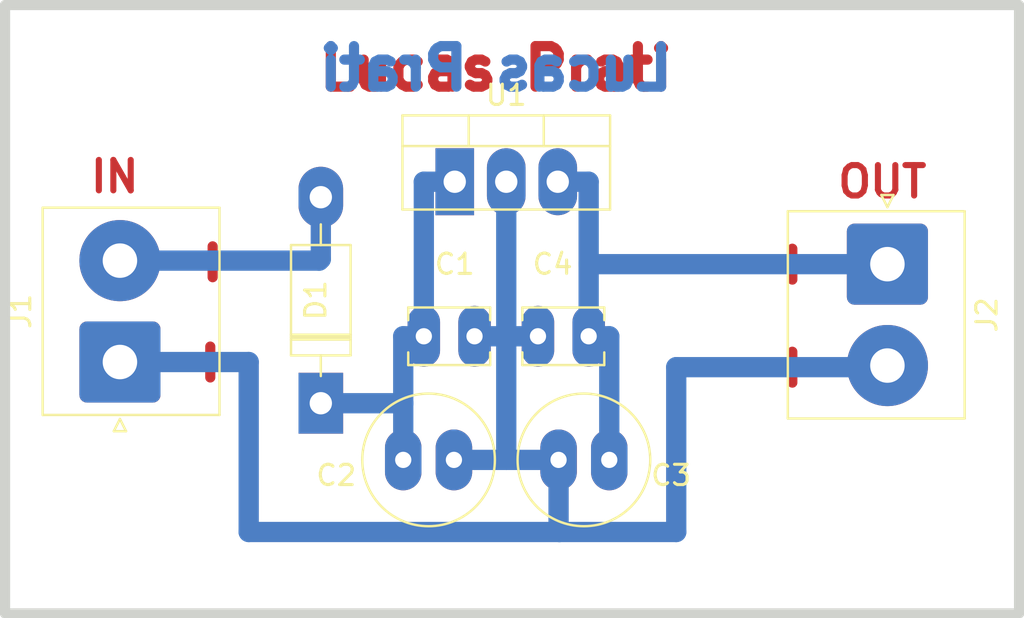
<source format=kicad_pcb>
(kicad_pcb (version 20211014) (generator pcbnew)
  (title_block (title "Alimentatore_7805_Prati") (date "2021-11-16") (company "Lucas Prati 4^A EN"))
  (layers (0 "F.Cu" signal) (31 "B.Cu" signal) (34 "B.Paste" user) (35 "F.Paste" user) (36 "B.SilkS" user "B.Silkscreen") (37 "F.SilkS" user "F.Silkscreen") (38 "B.Mask" user) (39 "F.Mask" user) (44 "Edge.Cuts" user))
  (net 0 "")
  (net 1 "Net-(C1-Pad1)")
  (net 2 "GND")
  (net 3 "Net-(C3-Pad1)")
  (net 4 "+10V")
  (footprint "Capacitor_THT:C_Disc_D3.8mm_W2.6mm_P2.50mm" (layer "F.Cu") (at 120.65 116.332)
    (fp_text reference "C1" (at 1.524 -3.556) (layer "F.SilkS"))
    (fp_text value "100n")
    (fp_line (start 3.27 -1.42) (end 3.27 -0.795) (layer "F.SilkS") (width 0.12))
    (fp_line (start -0.77 -1.42) (end 3.27 -1.42) (layer "F.SilkS") (width 0.12))
    (fp_line (start -0.77 0.795) (end -0.77 1.42) (layer "F.SilkS") (width 0.12))
    (fp_line (start -0.77 1.42) (end 3.27 1.42) (layer "F.SilkS") (width 0.12))
    (fp_line (start 3.27 0.795) (end 3.27 1.42) (layer "F.SilkS") (width 0.12))
    (fp_line (start -0.77 -1.42) (end -0.77 -0.795) (layer "F.SilkS") (width 0.12))
    (pad "1" thru_hole oval locked (at 0 0) (size 1.6 3) (drill 0.8) (layers *.Cu *.Mask) (net 1 "Net-(C1-Pad1)"))
    (pad "2" thru_hole oval locked (at 2.5 0) (size 1.6 3) (drill 0.8) (layers *.Cu *.Mask) (net 2 "GND"))
  )
  (footprint "Capacitor_THT:C_Radial_D6.3mm_H5.0mm_P2.50mm" (layer "F.Cu") (at 119.634 122.428)
    (fp_text reference "C2" (at -3.302 0.762) (layer "F.SilkS"))
    (fp_text value "10u")
    (fp_circle (center 1.25 0) (end 4.52 0) (layer "F.SilkS") (width 0.12) (fill none))
    (pad "1" thru_hole oval locked (at 0 0) (size 1.8 3) (drill 0.8) (layers *.Cu *.Mask) (net 1 "Net-(C1-Pad1)"))
    (pad "2" thru_hole oval locked (at 2.5 0) (size 1.8 3) (drill 0.8) (layers *.Cu *.Mask) (net 2 "GND"))
  )
  (footprint "Capacitor_THT:C_Radial_D6.3mm_H5.0mm_P2.50mm" (layer "F.Cu") (at 129.794 122.428 180)
    (fp_text reference "C3" (at -3.048 -0.762) (layer "F.SilkS"))
    (fp_text value "10u")
    (fp_circle (center 1.25 0) (end 4.52 0) (layer "F.SilkS") (width 0.12) (fill none))
    (pad "1" thru_hole oval locked (at 0 0 180) (size 1.8 3) (drill 0.8) (layers *.Cu *.Mask) (net 3 "Net-(C3-Pad1)"))
    (pad "2" thru_hole oval locked (at 2.5 0 180) (size 1.8 3) (drill 0.8) (layers *.Cu *.Mask) (net 2 "GND"))
  )
  (footprint "Capacitor_THT:C_Disc_D3.8mm_W2.6mm_P2.50mm" (layer "F.Cu") (at 128.778 116.332 180)
    (fp_text reference "C4" (at 1.778 3.556) (layer "F.SilkS"))
    (fp_text value "100n")
    (fp_line (start -0.77 -1.42) (end 3.27 -1.42) (layer "F.SilkS") (width 0.12))
    (fp_line (start 3.27 -1.42) (end 3.27 -0.795) (layer "F.SilkS") (width 0.12))
    (fp_line (start -0.77 1.42) (end 3.27 1.42) (layer "F.SilkS") (width 0.12))
    (fp_line (start -0.77 -1.42) (end -0.77 -0.795) (layer "F.SilkS") (width 0.12))
    (fp_line (start 3.27 0.795) (end 3.27 1.42) (layer "F.SilkS") (width 0.12))
    (fp_line (start -0.77 0.795) (end -0.77 1.42) (layer "F.SilkS") (width 0.12))
    (pad "1" thru_hole oval locked (at 0 0 180) (size 1.6 3) (drill 0.8) (layers *.Cu *.Mask) (net 3 "Net-(C3-Pad1)"))
    (pad "2" thru_hole oval locked (at 2.5 0 180) (size 1.6 3) (drill 0.8) (layers *.Cu *.Mask) (net 2 "GND"))
  )
  (footprint "Diode_THT:D_DO-41_SOD81_P10.16mm_Horizontal" (layer "F.Cu") (at 115.57 119.634 90)
    (fp_text reference "D1" (at 5.08 -0.254 90) (layer "F.SilkS"))
    (fp_text value "1N4007")
    (fp_line (start 8.82 0) (end 7.8 0) (layer "F.SilkS") (width 0.12))
    (fp_line (start 3.38 -1.47) (end 3.38 1.47) (layer "F.SilkS") (width 0.12))
    (fp_line (start 7.8 -1.47) (end 2.36 -1.47) (layer "F.SilkS") (width 0.12))
    (fp_line (start 2.36 -1.47) (end 2.36 1.47) (layer "F.SilkS") (width 0.12))
    (fp_line (start 2.36 1.47) (end 7.8 1.47) (layer "F.SilkS") (width 0.12))
    (fp_line (start 3.14 -1.47) (end 3.14 1.47) (layer "F.SilkS") (width 0.12))
    (fp_line (start 3.26 -1.47) (end 3.26 1.47) (layer "F.SilkS") (width 0.12))
    (fp_line (start 7.8 1.47) (end 7.8 -1.47) (layer "F.SilkS") (width 0.12))
    (fp_line (start 1.34 0) (end 2.36 0) (layer "F.SilkS") (width 0.12))
    (pad "1" thru_hole rect locked (at 0 0 90) (size 3 2.2) (drill 1.1) (layers *.Cu *.Mask) (net 1 "Net-(C1-Pad1)"))
    (pad "2" thru_hole oval locked (at 10.16 0 90) (size 3 2.2) (drill 1.1) (layers *.Cu *.Mask) (net 4 "+10V"))
  )
  (footprint "Connector_JST:JST_NV_B02P-NV_1x02_P5.00mm_Vertical" (layer "F.Cu") (at 143.51 112.776 -90)
    (fp_text reference "J2" (at 2.5 -4.9 90) (layer "F.SilkS"))
    (fp_text value "Conn_01x02_Female")
    (fp_line (start -3.41 0.3) (end -3.41 -0.3) (layer "F.SilkS") (width 0.12))
    (fp_line (start 7.61 -3.81) (end -2.61 -3.81) (layer "F.SilkS") (width 0.12))
    (fp_line (start -2.81 0) (end -3.41 0.3) (layer "F.SilkS") (width 0.12))
    (fp_line (start -3.41 -0.3) (end -2.81 0) (layer "F.SilkS") (width 0.12))
    (fp_line (start 7.61 4.91) (end 7.61 -3.81) (layer "F.SilkS") (width 0.12))
    (fp_line (start -2.61 4.91) (end 7.61 4.91) (layer "F.SilkS") (width 0.12))
    (fp_line (start -2.61 -3.81) (end -2.61 4.91) (layer "F.SilkS") (width 0.12))
    (pad "1" thru_hole roundrect locked (at 0 0 270) (size 4 4) (drill 1.7) (layers *.Cu *.Mask) (roundrect_rratio 0.093) (net 3 "Net-(C3-Pad1)"))
    (pad "2" thru_hole circle locked (at 5 0 270) (size 4 4) (drill 1.7) (layers *.Cu *.Mask) (net 2 "GND"))
  )
  (footprint "Package_TO_SOT_THT:TO-220-3_Vertical" (layer "F.Cu") (at 122.174 108.712)
    (fp_text reference "U1" (at 2.54 -4.27) (layer "F.SilkS"))
    (fp_text value "LM7805_TO220")
    (fp_line (start -2.58 -3.27) (end 7.66 -3.27) (layer "F.SilkS") (width 0.12))
    (fp_line (start -2.58 -3.27) (end -2.58 1.371) (layer "F.SilkS") (width 0.12))
    (fp_line (start -2.58 1.371) (end 7.66 1.371) (layer "F.SilkS") (width 0.12))
    (fp_line (start 0.69 -3.27) (end 0.69 -1.76) (layer "F.SilkS") (width 0.12))
    (fp_line (start 4.391 -3.27) (end 4.391 -1.76) (layer "F.SilkS") (width 0.12))
    (fp_line (start -2.58 -1.76) (end 7.66 -1.76) (layer "F.SilkS") (width 0.12))
    (fp_line (start 7.66 -3.27) (end 7.66 1.371) (layer "F.SilkS") (width 0.12))
    (pad "1" thru_hole rect locked (at 0 0) (size 1.905 3.3) (drill 1.1) (layers *.Cu *.Mask) (net 1 "Net-(C1-Pad1)"))
    (pad "2" thru_hole oval locked (at 2.54 0) (size 1.905 3.3) (drill 1.1) (layers *.Cu *.Mask) (net 2 "GND"))
    (pad "3" thru_hole oval locked (at 5.08 0) (size 1.905 3.3) (drill 1.1) (layers *.Cu *.Mask) (net 3 "Net-(C3-Pad1)"))
  )
  (footprint "Connector_JST:JST_NV_B02P-NV_1x02_P5.00mm_Vertical" (layer "F.Cu") (at 105.664 117.602 90)
    (fp_text reference "J1" (at 2.5 -4.9 90) (layer "F.SilkS"))
    (fp_text value "Conn_01x02_Female")
    (fp_line (start -2.81 0) (end -3.41 0.3) (layer "F.SilkS") (width 0.12))
    (fp_line (start -3.41 0.3) (end -3.41 -0.3) (layer "F.SilkS") (width 0.12))
    (fp_line (start -2.61 4.91) (end 7.61 4.91) (layer "F.SilkS") (width 0.12))
    (fp_line (start 7.61 -3.81) (end -2.61 -3.81) (layer "F.SilkS") (width 0.12))
    (fp_line (start 7.61 4.91) (end 7.61 -3.81) (layer "F.SilkS") (width 0.12))
    (fp_line (start -3.41 -0.3) (end -2.81 0) (layer "F.SilkS") (width 0.12))
    (fp_line (start -2.61 -3.81) (end -2.61 4.91) (layer "F.SilkS") (width 0.12))
    (pad "1" thru_hole roundrect locked (at 0 0 90) (size 4 4) (drill 1.7) (layers *.Cu *.Mask) (roundrect_rratio 0.093) (net 2 "GND"))
    (pad "2" thru_hole circle locked (at 5 0 90) (size 4 4) (drill 1.7) (layers *.Cu *.Mask) (net 4 "+10V"))
  )
  (gr_line (start 100 100) (end 150 100) (layer "Edge.Cuts") (width 0.5))
  (gr_line (start 150 100) (end 150 130) (layer "Edge.Cuts") (width 0.5))
  (gr_line (start 100 130) (end 100 100) (layer "Edge.Cuts") (width 0.5))
  (gr_line (start 100 130) (end 150 130) (layer "Edge.Cuts") (width 0.5))
  (gr_text "+" (at 138.684 112.776 90) (layer "F.Cu") (effects (font (size 2 2) (thickness 0.5))))
  (gr_text "-" (at 109.982 117.602 90) (layer "F.Cu") (effects (font (size 2 2) (thickness 0.5))))
  (gr_text "-" (at 138.684 117.856 90) (layer "F.Cu") (effects (font (size 2 2) (thickness 0.5))))
  (gr_text "OUT" (at 143.256 108.712) (layer "F.Cu") (effects (font (size 1.5 1.5) (thickness 0.3))))
  (gr_text "Lucas Prati" (at 124.206 103.124) (layer "F.Cu") (effects (font (size 2 2) (thickness 0.5))))
  (gr_text "+" (at 110.236 112.522) (layer "F.Cu") (effects (font (size 2 2) (thickness 0.5))))
  (gr_text "IN" (at 105.41 108.458) (layer "F.Cu") (effects (font (size 1.5 1.5) (thickness 0.3))))
  (gr_text "Lucas Prati" (at 124.206 103.124) (layer "B.Cu") (effects (font (size 2 2) (thickness 0.5)) (justify mirror)))
  (segment (start 119.634 116.332) (end 120.65 116.332) (width 1) (layer "B.Cu") (net 1))
  (segment (start 119.634 119.634) (end 119.634 116.332) (width 1) (layer "B.Cu") (net 1))
  (segment (start 115.57 119.634) (end 119.634 119.634) (width 1) (layer "B.Cu") (net 1))
  (segment (start 120.65 116.332) (end 120.65 108.712) (width 1) (layer "B.Cu") (net 1))
  (segment (start 119.634 122.428) (end 119.634 119.634) (width 1) (layer "B.Cu") (net 1))
  (segment (start 120.65 108.712) (end 122.174 108.712) (width 1) (layer "B.Cu") (net 1))
  (segment (start 124.714 116.332) (end 123.15 116.332) (width 1) (layer "B.Cu") (net 2))
  (segment (start 124.714 122.428) (end 122.134 122.428) (width 1) (layer "B.Cu") (net 2))
  (segment (start 112.014 117.602) (end 112.014 125.984) (width 1) (layer "B.Cu") (net 2))
  (segment (start 133.096 125.984) (end 133.096 117.856) (width 1) (layer "B.Cu") (net 2))
  (segment (start 126.278 116.332) (end 124.714 116.332) (width 1) (layer "B.Cu") (net 2))
  (segment (start 127.294 122.428) (end 124.714 122.428) (width 1) (layer "B.Cu") (net 2))
  (segment (start 124.714 116.332) (end 124.714 122.428) (width 1) (layer "B.Cu") (net 2))
  (segment (start 127.294 125.944) (end 127.334 125.984) (width 1) (layer "B.Cu") (net 2))
  (segment (start 124.714 116.332) (end 124.714 108.712) (width 1) (layer "B.Cu") (net 2))
  (segment (start 105.664 117.602) (end 112.014 117.602) (width 1) (layer "B.Cu") (net 2))
  (segment (start 127.294 122.428) (end 127.294 125.944) (width 1) (layer "B.Cu") (net 2))
  (segment (start 133.096 117.856) (end 143.43 117.856) (width 1) (layer "B.Cu") (net 2))
  (segment (start 112.014 125.984) (end 127.334 125.984) (width 1) (layer "B.Cu") (net 2))
  (segment (start 143.43 117.856) (end 143.51 117.776) (width 1) (layer "B.Cu") (net 2))
  (segment (start 127.334 125.984) (end 133.096 125.984) (width 1) (layer "B.Cu") (net 2))
  (segment (start 128.778 116.332) (end 129.794 116.332) (width 1) (layer "B.Cu") (net 3))
  (segment (start 127.254 108.712) (end 128.778 108.712) (width 1) (layer "B.Cu") (net 3))
  (segment (start 129.794 116.332) (end 129.794 122.428) (width 1) (layer "B.Cu") (net 3))
  (segment (start 128.778 112.776) (end 128.778 116.332) (width 1) (layer "B.Cu") (net 3))
  (segment (start 143.51 112.776) (end 128.778 112.776) (width 1) (layer "B.Cu") (net 3))
  (segment (start 128.778 108.712) (end 128.778 112.776) (width 1) (layer "B.Cu") (net 3))
  (segment (start 115.49 112.602) (end 115.57 112.522) (width 1) (layer "B.Cu") (net 4))
  (segment (start 115.57 112.522) (end 115.57 109.474) (width 1) (layer "B.Cu") (net 4))
  (segment (start 105.664 112.602) (end 115.49 112.602) (width 1) (layer "B.Cu") (net 4))
)
</source>
